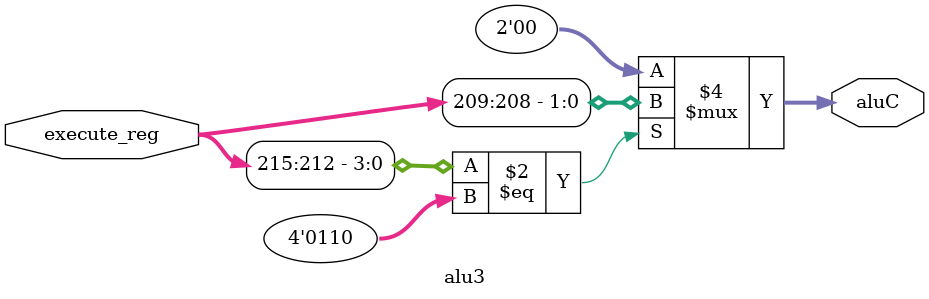
<source format=v>
module execute(clk,execute_reg,W_status,m_status,e_valE,e_dstE,memory_reg);
input clk;
input [216:0] execute_reg;
input W_status;
input m_status;
output [63:0] e_valE;
output [3:0] e_dstE;
output reg [144:0] memory_reg;

reg cnd = 0;
reg [2:0] op = 0;

reg [63:0] e_valE;
reg [3:0] e_dstE;
reg [144:0] M;
wire [63:0] aluA;
wire [63:0] aluB;
wire [1:0] aluC;
reg [63:0] valE;
reg [3:0] ifun;

alu1 a1(execute_reg,aluA);
alu2 a2(execute_reg,aluB);
alu3 a3(execute_reg,aluC);

always @ (posedge clk)
begin
	if (execute_reg[215:212] != 6 && aluC == 0)
		valE = aluA + aluB;
	else if (execute_reg[215:212] == 6)
	begin
		op = 0;
		if(aluC == 0)
		begin
			valE = aluA + aluB;
                if(valE == 0)
                        op[0] = 1;
                if (valE[63]==1)
                        op[1] =1;
                if( (valE[63]==1 && aluA[63]==0 && aluB[63]==0) || (valE[63]==0 && aluA[63]==1 && aluB[63]==1))
                        op[2] =1;
                end
		else if (aluC == 1)
		begin
			valE = aluB+(-aluA);
                if(valE == 0)
                        op[0] = 1;
                if (valE[63]==1)
                        op[1] =1;
                if( (valE[63]==1 && aluA[63]==0 && aluB[63]==0) || (valE[63]==0 && aluA[63]==1 && aluB[63]==1))
                        op[2] =1;
                end
		else if (aluC == 2)
		begin
			valE = aluB & aluA;
		if (valE ==  0) op[0] = 1;
		end
		else if (aluC == 3) 
		begin
			valE = aluB^aluA;
			if(valE == 0) op[0] =1;
		end
	end
	if(execute_reg[215:212] == 7 || execute_reg[215:212] == 2)
	begin
        cnd = 0;  
	    ifun = execute_reg[211:208];
        if(ifun == 1 && (op[0] == 1 || (op[1]==1 && op[2] == 0)))
                cnd = 1;

        else if(ifun == 2 &&  (op[1]==1 && op[2] == 0))
                cnd = 1;
        else if(ifun == 3 && (op[0] == 1 ))
                cnd = 1;
        else if(ifun == 4 && (op[0] == 0))
                cnd = 1;
        else if(ifun == 5 && (op[0] == 1 ||(op[1] == 0 && op[2] == 0)))
                cnd = 1;
        else if(ifun == 6 && (op[1] == 0 && op[2] == 0))
                cnd = 1;
	
	end
	memory_reg[144] = execute_reg[216];
	memory_reg[143:140] =execute_reg[215:212];
	memory_reg[139:136] = cnd;
	memory_reg[135:72] = valE;
	e_valE  = valE;
	memory_reg[71:8] = execute_reg[143:80];
	if((execute_reg[215:212] == 2 && cnd == 1) || (execute_reg[215:212] != 2))
	begin
		e_dstE = execute_reg[15:12];
		memory_reg[7:4] = execute_reg[15:12];
	end
	else
	begin
		e_dstE = 15;
		memory_reg[7:4] = 15;
	end
	memory_reg[3:0] = execute_reg[11:8];

	
end
endmodule

module alu1(execute_reg,aluA);
input [216:0] execute_reg;
output reg [63:0] aluA;
reg [3:0] icode;
always @(*) begin
    icode = execute_reg[215:212];
	if(icode == 2 || icode == 6) 
        aluA = execute_reg[143:80];
	if(icode == 3 || icode  == 4 || icode == 5) 
        aluA = execute_reg[207:144];
	if(icode == 8 || icode == 10) 
        aluA = 8;
	if(icode == 9 || icode == 11) 
        aluA = -8;
    
end
endmodule

module alu2(execute_reg,aluB);
input [216:0] execute_reg;
output reg [63:0] aluB;
reg [3:0] icode;
always @(*) begin
    icode = execute_reg[215:212];
	if(icode == 4 || icode == 5 || icode == 6 || icode  == 8 || icode == 10 || icode == 11 || icode == 9) 
        aluB = execute_reg[79:16];
	if(icode == 2 || icode == 3) 
        aluB = 0;
    
end
endmodule 

module alu3(execute_reg,aluC);
input [216:0] execute_reg;
output reg [1:0] aluC;
always @(*) begin
    if(execute_reg[215:212] == 6) aluC = execute_reg[211:208];
	else aluC = 0;
    
end
endmodule


</source>
